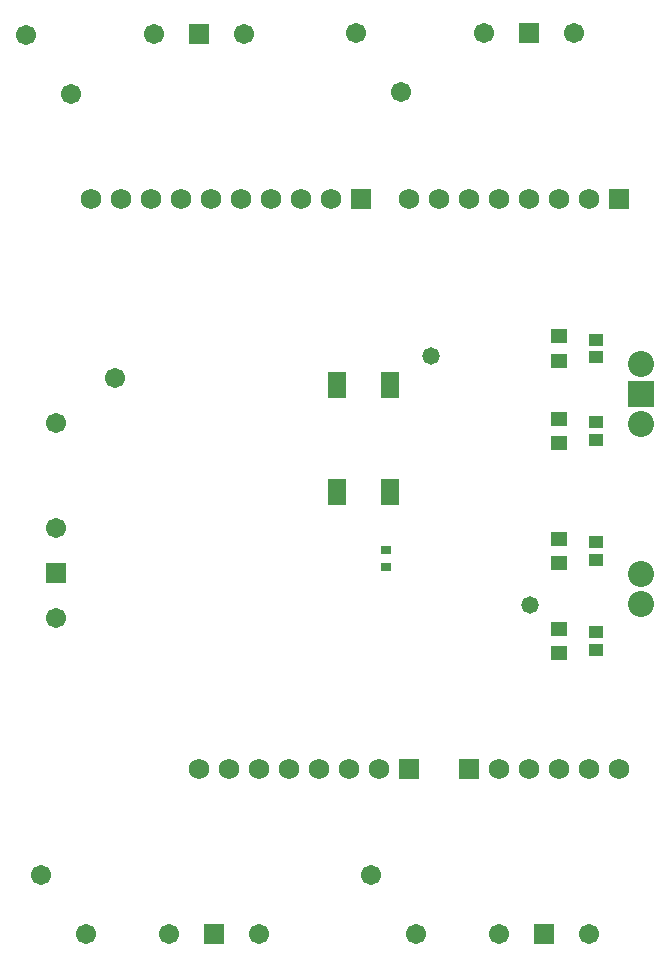
<source format=gts>
G04*
G04 #@! TF.GenerationSoftware,Altium Limited,Altium Designer,22.9.1 (49)*
G04*
G04 Layer_Color=8388736*
%FSLAX25Y25*%
%MOIN*%
G70*
G04*
G04 #@! TF.SameCoordinates,BFF4783A-9A9A-4BA5-AF34-FCE32B05B8FC*
G04*
G04*
G04 #@! TF.FilePolarity,Negative*
G04*
G01*
G75*
%ADD17R,0.03543X0.02854*%
%ADD18R,0.04934X0.04343*%
%ADD19R,0.05524X0.05131*%
%ADD20R,0.06312X0.09068*%
%ADD21C,0.06706*%
%ADD22R,0.06706X0.06706*%
%ADD23C,0.08674*%
%ADD24R,0.08674X0.08674*%
%ADD25R,0.06706X0.06706*%
%ADD26C,0.06800*%
%ADD27R,0.06800X0.06800*%
%ADD28C,0.05800*%
D17*
X172500Y82707D02*
D03*
Y77293D02*
D03*
D18*
X242500Y49646D02*
D03*
Y55354D02*
D03*
Y85354D02*
D03*
Y79646D02*
D03*
Y125354D02*
D03*
Y119646D02*
D03*
Y152854D02*
D03*
Y147146D02*
D03*
D19*
X230000Y78366D02*
D03*
Y86634D02*
D03*
Y145866D02*
D03*
Y154134D02*
D03*
Y118366D02*
D03*
Y126634D02*
D03*
Y48366D02*
D03*
Y56634D02*
D03*
D20*
X156142Y137913D02*
D03*
Y102087D02*
D03*
X173858Y137913D02*
D03*
Y102087D02*
D03*
D21*
X95000Y255000D02*
D03*
X125000D02*
D03*
X162657Y255118D02*
D03*
X177657Y235433D02*
D03*
X205157Y255118D02*
D03*
X235157D02*
D03*
X52500Y254685D02*
D03*
X67500Y235000D02*
D03*
X240000Y-45000D02*
D03*
X210000D02*
D03*
X182500D02*
D03*
X167500Y-25315D02*
D03*
X130000Y-45000D02*
D03*
X100000D02*
D03*
X72342Y-45118D02*
D03*
X57342Y-25433D02*
D03*
X62382Y60157D02*
D03*
Y90157D02*
D03*
X62382Y125157D02*
D03*
X82067Y140157D02*
D03*
D22*
X110000Y255000D02*
D03*
X220157Y255118D02*
D03*
X225000Y-45000D02*
D03*
X115000D02*
D03*
D23*
X257500Y65000D02*
D03*
Y75000D02*
D03*
Y125000D02*
D03*
Y145000D02*
D03*
D24*
Y135000D02*
D03*
D25*
X62382Y75157D02*
D03*
D26*
X160000Y10000D02*
D03*
X170000D02*
D03*
X110000D02*
D03*
X120000D02*
D03*
X130000D02*
D03*
X140000D02*
D03*
X150000D02*
D03*
X230000Y200000D02*
D03*
X240000D02*
D03*
X180000D02*
D03*
X190000D02*
D03*
X200000D02*
D03*
X210000D02*
D03*
X220000D02*
D03*
X74000D02*
D03*
X84000D02*
D03*
X94000D02*
D03*
X104000D02*
D03*
X114000D02*
D03*
X124000D02*
D03*
X134000D02*
D03*
X144000D02*
D03*
X154000D02*
D03*
X250000Y10000D02*
D03*
X240000D02*
D03*
X230000D02*
D03*
X220000D02*
D03*
X210000D02*
D03*
D27*
X180000D02*
D03*
X250000Y200000D02*
D03*
X164000D02*
D03*
X200000Y10000D02*
D03*
D28*
X187500Y147500D02*
D03*
X220328Y64672D02*
D03*
M02*

</source>
